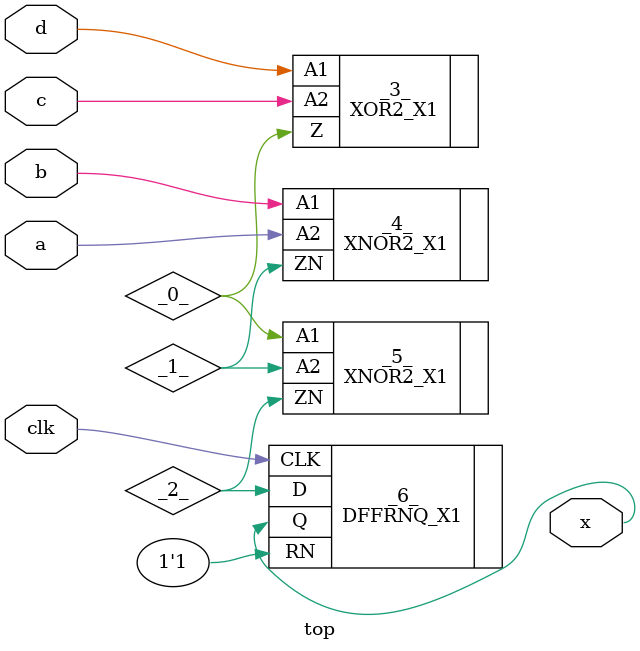
<source format=v>
/* Generated by Yosys 0.11+10 (git sha1 4871d8f19, clang 6.0.0-1ubuntu2 -fPIC -Os) */

module top(clk, a, b, c, d, x);
  wire _0_;
  wire _1_;
  wire _2_;
  input a;
  input b;
  input c;
  input clk;
  input d;
  output x;
  XOR2_X1 _3_ (
    .A1(d),
    .A2(c),
    .Z(_0_)
  );
  XNOR2_X1 _4_ (
    .A1(b),
    .A2(a),
    .ZN(_1_)
  );
  XNOR2_X1 _5_ (
    .A1(_0_),
    .A2(_1_),
    .ZN(_2_)
  );
  DFFRNQ_X1 _6_ (
    .CLK(clk),
    .D(_2_),
    .Q(x),
    .RN(1'b1)
  );
endmodule

</source>
